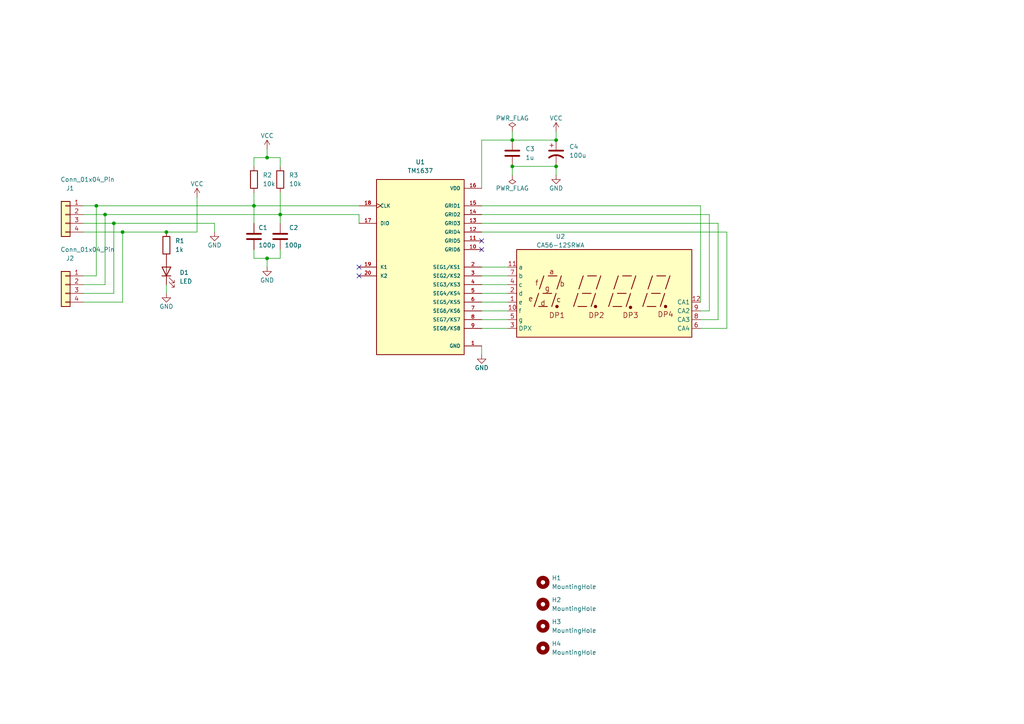
<source format=kicad_sch>
(kicad_sch (version 20231120) (generator "eeschema") (generator_version "8.0")
  (paper "A4")
  (lib_symbols
    (symbol "Connector_Generic:Conn_01x04" (pin_names (offset 1.016) hide)
      (property "Reference" "J" (at 0 5.08 0))
      (property "Value" "Conn_01x04" (at 0 -7.62 0))
      (symbol "Conn_01x04_1_1"
        (rectangle (start -1.27 -4.953) (end 0 -5.207) (stroke (width 0.1524)))
        (rectangle (start -1.27 -2.413) (end 0 -2.667) (stroke (width 0.1524)))
        (rectangle (start -1.27 0.127) (end 0 -0.127) (stroke (width 0.1524)))
        (rectangle (start -1.27 2.667) (end 0 2.413) (stroke (width 0.1524)))
        (rectangle (start -1.27 3.81) (end 1.27 -6.35) (stroke (width 0.254)) (fill (type background)))
        (pin passive line (at -5.08 2.54 0) (length 3.81) (name "Pin_1") (number "1"))
        (pin passive line (at -5.08 0 0) (length 3.81) (name "Pin_2") (number "2"))
        (pin passive line (at -5.08 -2.54 0) (length 3.81) (name "Pin_3") (number "3"))
        (pin passive line (at -5.08 -5.08 0) (length 3.81) (name "Pin_4") (number "4"))
      )
    )
    (symbol "Device:C" (pin_numbers hide) (pin_names (offset 0.254))
      (property "Reference" "C" (at 0.635 2.54 0))
      (property "Value" "C" (at 0.635 -2.54 0))
      (symbol "C_0_1"
        (polyline (pts (xy -2.032 -0.762) (xy 2.032 -0.762)) (stroke (width 0.508)))
        (polyline (pts (xy -2.032 0.762) (xy 2.032 0.762)) (stroke (width 0.508)))
      )
      (symbol "C_1_1"
        (pin passive line (at 0 3.81 270) (length 2.794) (name "~") (number "1"))
        (pin passive line (at 0 -3.81 90) (length 2.794) (name "~") (number "2"))
      )
    )
    (symbol "Device:C_Polarized_US" (pin_numbers hide) (pin_names (offset 0.254) hide)
      (property "Reference" "C" (at 0.635 2.54 0))
      (property "Value" "C_Polarized_US" (at 0.635 -2.54 0))
      (symbol "C_Polarized_US_0_1"
        (polyline (pts (xy -2.032 0.762) (xy 2.032 0.762)) (stroke (width 0.508)))
        (polyline (pts (xy -1.778 2.286) (xy -0.762 2.286)))
        (polyline (pts (xy -1.27 1.778) (xy -1.27 2.794)))
        (arc (start 2.032 -1.27) (mid 0 -0.5572) (end -2.032 -1.27) (stroke (width 0.508)))
      )
      (symbol "C_Polarized_US_1_1"
        (pin passive line (at 0 3.81 270) (length 2.794) (name "~") (number "1"))
        (pin passive line (at 0 -3.81 90) (length 3.302) (name "~") (number "2"))
      )
    )
    (symbol "Device:LED" (pin_numbers hide) (pin_names (offset 1.016) hide)
      (property "Reference" "D" (at 0 2.54 0))
      (property "Value" "LED" (at 0 -2.54 0))
      (symbol "LED_0_1"
        (polyline (pts (xy -1.27 -1.27) (xy -1.27 1.27)) (stroke (width 0.254)))
        (polyline (pts (xy -1.27 0) (xy 1.27 0)))
        (polyline (pts (xy 1.27 -1.27) (xy 1.27 1.27) (xy -1.27 0) (xy 1.27 -1.27)) (stroke (width 0.254)))
        (polyline (pts (xy -3.048 -0.762) (xy -4.572 -2.286) (xy -3.81 -2.286) (xy -4.572 -2.286) (xy -4.572 -1.524)))
        (polyline (pts (xy -1.778 -0.762) (xy -3.302 -2.286) (xy -2.54 -2.286) (xy -3.302 -2.286) (xy -3.302 -1.524)))
      )
      (symbol "LED_1_1"
        (pin passive line (at -3.81 0 0) (length 2.54) (name "K") (number "1"))
        (pin passive line (at 3.81 0 180) (length 2.54) (name "A") (number "2"))
      )
    )
    (symbol "Device:R" (pin_numbers hide) (pin_names (offset 0))
      (property "Reference" "R" (at 2.032 0 90))
      (property "Value" "R" (at 0 0 90))
      (symbol "R_0_1"
        (rectangle (start -1.016 -2.54) (end 1.016 2.54) (stroke (width 0.254)))
      )
      (symbol "R_1_1"
        (pin passive line (at 0 3.81 270) (length 1.27) (name "~") (number "1"))
        (pin passive line (at 0 -3.81 90) (length 1.27) (name "~") (number "2"))
      )
    )
    (symbol "Display_Character:CA56-12SRWA"
      (property "Reference" "U" (at -24.13 13.97 0))
      (property "Value" "CA56-12SRWA" (at 17.78 13.97 0))
      (symbol "CA56-12SRWA_0_0"
        (rectangle (start -25.4 12.7) (end 25.4 -12.7) (stroke (width 0.254)) (fill (type background)))
        (polyline (pts (xy -20.32 -3.81) (xy -19.05 0)) (stroke (width 0.254)))
        (polyline (pts (xy -19.05 -3.81) (xy -16.51 -3.81)) (stroke (width 0.254)))
        (polyline (pts (xy -18.796 1.27) (xy -17.526 5.08)) (stroke (width 0.254)))
        (polyline (pts (xy -17.78 0) (xy -15.24 0)) (stroke (width 0.254)))
        (polyline (pts (xy -16.256 5.08) (xy -13.716 5.08)) (stroke (width 0.254)))
        (polyline (pts (xy -15.24 -3.81) (xy -13.97 0)) (stroke (width 0.254)))
        (polyline (pts (xy -13.716 1.27) (xy -12.446 5.08)) (stroke (width 0.254)))
        (polyline (pts (xy -8.89 -3.81) (xy -7.62 0)) (stroke (width 0.254)))
        (polyline (pts (xy -7.62 -3.81) (xy -5.08 -3.81)) (stroke (width 0.254)))
        (polyline (pts (xy -7.366 1.27) (xy -6.096 5.08)) (stroke (width 0.254)))
        (polyline (pts (xy -6.35 0) (xy -3.81 0)) (stroke (width 0.254)))
        (polyline (pts (xy -4.826 5.08) (xy -2.286 5.08)) (stroke (width 0.254)))
        (polyline (pts (xy -3.81 -3.81) (xy -2.54 0)) (stroke (width 0.254)))
        (polyline (pts (xy -2.286 1.27) (xy -1.016 5.08)) (stroke (width 0.254)))
        (polyline (pts (xy 1.27 -3.81) (xy 2.54 0)) (stroke (width 0.254)))
        (polyline (pts (xy 2.54 -3.81) (xy 5.08 -3.81)) (stroke (width 0.254)))
        (polyline (pts (xy 2.794 1.27) (xy 4.064 5.08)) (stroke (width 0.254)))
        (polyline (pts (xy 3.81 0) (xy 6.35 0)) (stroke (width 0.254)))
        (polyline (pts (xy 5.334 5.08) (xy 7.874 5.08)) (stroke (width 0.254)))
        (polyline (pts (xy 6.35 -3.81) (xy 7.62 0)) (stroke (width 0.254)))
        (polyline (pts (xy 7.874 1.27) (xy 9.144 5.08)) (stroke (width 0.254)))
        (polyline (pts (xy 11.176 -3.81) (xy 12.446 0)) (stroke (width 0.254)))
        (polyline (pts (xy 12.446 -3.81) (xy 14.986 -3.81)) (stroke (width 0.254)))
        (polyline (pts (xy 12.7 1.27) (xy 13.97 5.08)) (stroke (width 0.254)))
        (polyline (pts (xy 13.716 0) (xy 16.256 0)) (stroke (width 0.254)))
        (polyline (pts (xy 15.24 5.08) (xy 17.78 5.08)) (stroke (width 0.254)))
        (polyline (pts (xy 16.256 -3.81) (xy 17.526 0)) (stroke (width 0.254)))
        (polyline (pts (xy 17.78 1.27) (xy 19.05 5.08)) (stroke (width 0.254)))
        (text "a" (at -15.24 6.35 0) (effects (font (size 1.524 1.524))))
        (text "b" (at -12.192 2.794 0) (effects (font (size 1.524 1.524))))
        (text "c" (at -13.208 -1.778 0) (effects (font (size 1.524 1.524))))
        (text "d" (at -17.78 -2.794 0) (effects (font (size 1.524 1.524))))
        (text "DP1" (at -13.716 -6.35 0) (effects (font (size 1.524 1.524))))
        (text "DP2" (at -2.286 -6.35 0) (effects (font (size 1.524 1.524))))
        (text "DP3" (at 7.62 -6.35 0) (effects (font (size 1.524 1.524))))
        (text "DP4" (at 17.78 -6.096 0) (effects (font (size 1.524 1.524))))
        (text "e" (at -21.336 -1.524 0) (effects (font (size 1.524 1.524))))
        (text "f" (at -19.558 3.048 0) (effects (font (size 1.524 1.524))))
        (text "g" (at -16.51 1.524 0) (effects (font (size 1.524 1.524))))
      )
      (symbol "CA56-12SRWA_0_1"
        (circle (center -13.716 -3.81) (radius 0.3556) (stroke (width 0.254)) (fill (type outline)))
        (circle (center -2.54 -3.81) (radius 0.3556) (stroke (width 0.254)) (fill (type outline)))
      )
      (symbol "CA56-12SRWA_1_0"
        (circle (center 7.62 -4.064) (radius 0.3556) (stroke (width 0.254)) (fill (type outline)))
        (circle (center 17.78 -3.81) (radius 0.3556) (stroke (width 0.254)) (fill (type outline)))
      )
      (symbol "CA56-12SRWA_1_1"
        (pin input line (at -27.94 -2.54 0) (length 2.54) (name "e") (number "1"))
        (pin input line (at -27.94 -5.08 0) (length 2.54) (name "f") (number "10"))
        (pin input line (at -27.94 7.62 0) (length 2.54) (name "a") (number "11"))
        (pin input line (at 27.94 -2.54 180) (length 2.54) (name "CA1") (number "12"))
        (pin input line (at -27.94 0 0) (length 2.54) (name "d") (number "2"))
        (pin input line (at -27.94 -10.16 0) (length 2.54) (name "DPX") (number "3"))
        (pin input line (at -27.94 2.54 0) (length 2.54) (name "c") (number "4"))
        (pin input line (at -27.94 -7.62 0) (length 2.54) (name "g") (number "5"))
        (pin input line (at 27.94 -10.16 180) (length 2.54) (name "CA4") (number "6"))
        (pin input line (at -27.94 5.08 0) (length 2.54) (name "b") (number "7"))
        (pin input line (at 27.94 -7.62 180) (length 2.54) (name "CA3") (number "8"))
        (pin input line (at 27.94 -5.08 180) (length 2.54) (name "CA2") (number "9"))
      )
    )
    (symbol "Mechanical:MountingHole" (pin_names (offset 1.016))
      (property "Reference" "H" (at 0 5.08 0))
      (property "Value" "MountingHole" (at 0 3.175 0))
      (symbol "MountingHole_0_1"
        (circle (center 0 0) (radius 1.27) (stroke (width 1.27)))
      )
    )
    (symbol "New_Library:TM1637" (pin_names (offset 1.016))
      (property "Reference" "U" (at -12.7 27.94 0))
      (property "Value" "TM1637" (at -12.7 -30.48 0))
      (symbol "TM1637_0_0"
        (rectangle (start -12.7 -25.4) (end 12.7 25.4) (stroke (width 0.254)) (fill (type background)))
        (pin power_in line (at 17.78 -22.86 180) (length 5.08) (name "GND") (number "1"))
        (pin output line (at 17.78 5.08 180) (length 5.08) (name "GRID6") (number "10"))
        (pin output line (at 17.78 7.62 180) (length 5.08) (name "GRID5") (number "11"))
        (pin output line (at 17.78 10.16 180) (length 5.08) (name "GRID4") (number "12"))
        (pin output line (at 17.78 12.7 180) (length 5.08) (name "GRID3") (number "13"))
        (pin output line (at 17.78 15.24 180) (length 5.08) (name "GRID2") (number "14"))
        (pin output line (at 17.78 17.78 180) (length 5.08) (name "GRID1") (number "15"))
        (pin power_in line (at 17.78 22.86 180) (length 5.08) (name "VDD") (number "16"))
        (pin bidirectional line (at -17.78 12.7 0) (length 5.08) (name "DIO") (number "17"))
        (pin input clock (at -17.78 17.78 0) (length 5.08) (name "CLK") (number "18"))
        (pin input line (at -17.78 0 0) (length 5.08) (name "K1") (number "19"))
        (pin output line (at 17.78 0 180) (length 5.08) (name "SEG1/KS1") (number "2"))
        (pin input line (at -17.78 -2.54 0) (length 5.08) (name "K2") (number "20"))
        (pin output line (at 17.78 -2.54 180) (length 5.08) (name "SEG2/KS2") (number "3"))
        (pin output line (at 17.78 -5.08 180) (length 5.08) (name "SEG3/KS3") (number "4"))
        (pin output line (at 17.78 -7.62 180) (length 5.08) (name "SEG4/KS4") (number "5"))
        (pin output line (at 17.78 -10.16 180) (length 5.08) (name "SEG5/KS5") (number "6"))
        (pin output line (at 17.78 -12.7 180) (length 5.08) (name "SEG6/KS6") (number "7"))
        (pin output line (at 17.78 -15.24 180) (length 5.08) (name "SEG7/KS7") (number "8"))
        (pin output line (at 17.78 -17.78 180) (length 5.08) (name "SEG8/KS8") (number "9"))
      )
    )
    (symbol "power:GND" (power) (pin_names (offset 0))
      (property "Value" "GND" (at 0 -3.81 0))
      (symbol "GND_0_1"
        (polyline (pts (xy 0 0) (xy 0 -1.27) (xy 1.27 -1.27) (xy 0 -2.54) (xy -1.27 -1.27) (xy 0 -1.27)))
      )
      (symbol "GND_1_1"
        (pin power_in line (at 0 0 270) (length 0) hide (name "GND") (number "1"))
      )
    )
    (symbol "power:PWR_FLAG" (power) (pin_numbers hide) (pin_names (offset 0) hide)
      (property "Value" "PWR_FLAG" (at 0 3.81 0))
      (symbol "PWR_FLAG_0_0"
        (pin power_out line (at 0 0 90) (length 0) (name "pwr") (number "1"))
      )
      (symbol "PWR_FLAG_0_1"
        (polyline (pts (xy 0 0) (xy 0 1.27) (xy -1.016 1.905) (xy 0 2.54) (xy 1.016 1.905) (xy 0 1.27)))
      )
    )
    (symbol "power:VCC" (power) (pin_names (offset 0))
      (property "Value" "VCC" (at 0 3.81 0))
      (symbol "VCC_0_1"
        (polyline (pts (xy -0.762 1.27) (xy 0 2.54)))
        (polyline (pts (xy 0 0) (xy 0 2.54)))
        (polyline (pts (xy 0 2.54) (xy 0.762 1.27)))
      )
      (symbol "VCC_1_1"
        (pin power_in line (at 0 0 90) (length 0) hide (name "VCC") (number "1"))
      )
    )
  )
  (junction (at 77.47 74.93))
  (junction (at 77.47 45.72))
  (junction (at 161.29 40.64))
  (junction (at 30.48 62.23))
  (junction (at 27.94 59.69))
  (junction (at 81.28 62.23))
  (junction (at 161.29 48.26))
  (junction (at 148.59 48.26))
  (junction (at 33.02 64.77))
  (junction (at 148.59 40.64))
  (junction (at 48.26 67.31))
  (junction (at 35.56 67.31))
  (junction (at 73.66 59.69))
  (no_connect (at 139.7 69.85))
  (no_connect (at 104.14 80.01))
  (no_connect (at 104.14 77.47))
  (no_connect (at 139.7 72.39))
  (wire (pts (xy 62.23 64.77) (xy 62.23 67.31)))
  (wire (pts (xy 48.26 67.31) (xy 57.15 67.31)))
  (wire (pts (xy 73.66 74.93) (xy 77.47 74.93)))
  (wire (pts (xy 139.7 77.47) (xy 147.32 77.47)))
  (wire (pts (xy 205.74 62.23) (xy 205.74 90.17)))
  (wire (pts (xy 24.13 87.63) (xy 35.56 87.63)))
  (wire (pts (xy 139.7 102.87) (xy 139.7 100.33)))
  (wire (pts (xy 203.2 90.17) (xy 205.74 90.17)))
  (wire (pts (xy 35.56 87.63) (xy 35.56 67.31)))
  (wire (pts (xy 30.48 62.23) (xy 81.28 62.23)))
  (wire (pts (xy 73.66 59.69) (xy 104.14 59.69)))
  (wire (pts (xy 73.66 74.93) (xy 73.66 72.39)))
  (wire (pts (xy 139.7 59.69) (xy 203.2 59.69)))
  (wire (pts (xy 210.82 95.25) (xy 203.2 95.25)))
  (wire (pts (xy 77.47 45.72) (xy 81.28 45.72)))
  (wire (pts (xy 24.13 80.01) (xy 27.94 80.01)))
  (wire (pts (xy 81.28 45.72) (xy 81.28 48.26)))
  (wire (pts (xy 24.13 85.09) (xy 33.02 85.09)))
  (wire (pts (xy 148.59 38.1) (xy 148.59 40.64)))
  (wire (pts (xy 208.28 64.77) (xy 208.28 92.71)))
  (wire (pts (xy 73.66 59.69) (xy 73.66 64.77)))
  (wire (pts (xy 139.7 92.71) (xy 147.32 92.71)))
  (wire (pts (xy 73.66 55.88) (xy 73.66 59.69)))
  (wire (pts (xy 139.7 95.25) (xy 147.32 95.25)))
  (wire (pts (xy 148.59 48.26) (xy 148.59 50.8)))
  (wire (pts (xy 208.28 92.71) (xy 203.2 92.71)))
  (wire (pts (xy 104.14 62.23) (xy 104.14 64.77)))
  (wire (pts (xy 81.28 62.23) (xy 104.14 62.23)))
  (wire (pts (xy 35.56 67.31) (xy 24.13 67.31)))
  (wire (pts (xy 139.7 80.01) (xy 147.32 80.01)))
  (wire (pts (xy 148.59 48.26) (xy 161.29 48.26)))
  (wire (pts (xy 48.26 67.31) (xy 35.56 67.31)))
  (wire (pts (xy 33.02 85.09) (xy 33.02 64.77)))
  (wire (pts (xy 161.29 38.1) (xy 161.29 40.64)))
  (wire (pts (xy 77.47 74.93) (xy 77.47 77.47)))
  (wire (pts (xy 77.47 74.93) (xy 81.28 74.93)))
  (wire (pts (xy 48.26 85.09) (xy 48.26 82.55)))
  (wire (pts (xy 139.7 67.31) (xy 210.82 67.31)))
  (wire (pts (xy 139.7 64.77) (xy 208.28 64.77)))
  (wire (pts (xy 81.28 55.88) (xy 81.28 62.23)))
  (wire (pts (xy 139.7 87.63) (xy 147.32 87.63)))
  (wire (pts (xy 24.13 64.77) (xy 33.02 64.77)))
  (wire (pts (xy 30.48 82.55) (xy 30.48 62.23)))
  (wire (pts (xy 81.28 74.93) (xy 81.28 72.39)))
  (wire (pts (xy 148.59 40.64) (xy 161.29 40.64)))
  (wire (pts (xy 27.94 59.69) (xy 27.94 80.01)))
  (wire (pts (xy 73.66 45.72) (xy 77.47 45.72)))
  (wire (pts (xy 210.82 67.31) (xy 210.82 95.25)))
  (wire (pts (xy 139.7 82.55) (xy 147.32 82.55)))
  (wire (pts (xy 57.15 67.31) (xy 57.15 57.15)))
  (wire (pts (xy 24.13 82.55) (xy 30.48 82.55)))
  (wire (pts (xy 81.28 62.23) (xy 81.28 64.77)))
  (wire (pts (xy 203.2 59.69) (xy 203.2 87.63)))
  (wire (pts (xy 139.7 90.17) (xy 147.32 90.17)))
  (wire (pts (xy 73.66 45.72) (xy 73.66 48.26)))
  (wire (pts (xy 24.13 62.23) (xy 30.48 62.23)))
  (wire (pts (xy 139.7 62.23) (xy 205.74 62.23)))
  (wire (pts (xy 33.02 64.77) (xy 62.23 64.77)))
  (wire (pts (xy 24.13 59.69) (xy 27.94 59.69)))
  (wire (pts (xy 139.7 54.61) (xy 139.7 40.64)))
  (wire (pts (xy 77.47 43.18) (xy 77.47 45.72)))
  (wire (pts (xy 139.7 40.64) (xy 148.59 40.64)))
  (wire (pts (xy 27.94 59.69) (xy 73.66 59.69)))
  (wire (pts (xy 161.29 48.26) (xy 161.29 50.8)))
  (wire (pts (xy 139.7 85.09) (xy 147.32 85.09)))
  (symbol (lib_id "power:VCC") (at 57.15 57.15 0) (unit 1)
    (property "Reference" "#PWR04" (effects (hide yes)))
    (property "Value" "VCC" (at 57.15 53.34 0))
  )
  (symbol (lib_id "Device:R") (at 48.26 71.12 0) (unit 1)
    (property "Reference" "R1" (at 50.8 69.85 0) (effects (justify left)))
    (property "Value" "1k" (at 50.8 72.39 0) (effects (justify left)))
    (property "Footprint" "Resistor_SMD:R_1206_3216Metric" (effects (hide yes)))
  )
  (symbol (lib_id "power:PWR_FLAG") (at 148.59 38.1 0) (unit 1)
    (property "Reference" "#FLG01" (effects (hide yes)))
    (property "Value" "PWR_FLAG" (at 148.59 34.29 0))
  )
  (symbol (lib_id "Device:C") (at 73.66 68.58 0) (unit 1)
    (property "Reference" "C1" (at 74.93 66.04 0) (effects (justify left)))
    (property "Value" "100p" (at 74.93 71.12 0) (effects (justify left)))
    (property "Footprint" "Capacitor_SMD:C_1206_3216Metric" (effects (hide yes)))
  )
  (symbol (lib_id "power:VCC") (at 77.47 43.18 0) (unit 1)
    (property "Reference" "#PWR07" (effects (hide yes)))
    (property "Value" "VCC" (at 77.47 39.37 0))
  )
  (symbol (lib_id "Connector_Generic:Conn_01x04") (at 19.05 82.55 0) (mirror y) (unit 1)
    (property "Reference" "J2" (at 20.32 74.93 0))
    (property "Value" "Conn_01x04_Pin" (at 25.4 72.39 0))
    (property "Footprint" "Connector_PinHeader_2.54mm:PinHeader_1x04_P2.54mm_Vertical" (effects (hide yes)))
  )
  (symbol (lib_id "power:GND") (at 62.23 67.31 0) (unit 1)
    (property "Reference" "#PWR02" (effects (hide yes)))
    (property "Value" "GND" (at 62.23 71.12 0))
  )
  (symbol (lib_id "Display_Character:CA56-12SRWA") (at 175.26 85.09 0) (unit 1)
    (property "Reference" "U2" (at 162.56 68.58 0))
    (property "Value" "CA56-12SRWA" (at 162.56 71.12 0))
    (property "Footprint" "my_library:8041AS" (effects (hide yes)))
    (property "Datasheet" "http://www.kingbrightusa.com/images/catalog/SPEC/CA56-12SRWA.pdf" (effects (hide yes)))
  )
  (symbol (lib_id "Mechanical:MountingHole") (at 157.48 168.91 0) (unit 1) (in_bom no)
    (property "Reference" "H1" (at 160.02 167.64 0) (effects (justify left)))
    (property "Value" "MountingHole" (at 160.02 170.18 0) (effects (justify left)))
    (property "Footprint" "MountingHole:MountingHole_3.2mm_M3" (effects (hide yes)))
  )
  (symbol (lib_id "Device:LED") (at 48.26 78.74 90) (unit 1)
    (property "Reference" "D1" (at 52.07 79.0575 90) (effects (justify right)))
    (property "Value" "LED" (at 52.07 81.5975 90) (effects (justify right)))
    (property "Footprint" "LED_SMD:LED_0805_2012Metric" (effects (hide yes)))
  )
  (symbol (lib_id "Connector_Generic:Conn_01x04") (at 19.05 62.23 0) (mirror y) (unit 1)
    (property "Reference" "J1" (at 20.32 54.61 0))
    (property "Value" "Conn_01x04_Pin" (at 25.4 52.07 0))
    (property "Footprint" "Connector_PinHeader_2.54mm:PinHeader_1x04_P2.54mm_Vertical" (effects (hide yes)))
  )
  (symbol (lib_id "Mechanical:MountingHole") (at 157.48 175.26 0) (unit 1) (in_bom no)
    (property "Reference" "H2" (at 160.02 173.99 0) (effects (justify left)))
    (property "Value" "MountingHole" (at 160.02 176.53 0) (effects (justify left)))
    (property "Footprint" "MountingHole:MountingHole_3.2mm_M3" (effects (hide yes)))
  )
  (symbol (lib_id "Device:C") (at 148.59 44.45 0) (unit 1)
    (property "Reference" "C3" (at 152.4 43.18 0) (effects (justify left)))
    (property "Value" "1u" (at 152.4 45.72 0) (effects (justify left)))
    (property "Footprint" "Capacitor_SMD:C_1206_3216Metric" (effects (hide yes)))
  )
  (symbol (lib_id "power:PWR_FLAG") (at 148.59 50.8 180) (unit 1)
    (property "Reference" "#FLG02" (effects (hide yes)))
    (property "Value" "PWR_FLAG" (at 148.59 54.61 0))
  )
  (symbol (lib_id "Mechanical:MountingHole") (at 157.48 187.96 0) (unit 1) (in_bom no)
    (property "Reference" "H4" (at 160.02 186.69 0) (effects (justify left)))
    (property "Value" "MountingHole" (at 160.02 189.23 0) (effects (justify left)))
    (property "Footprint" "MountingHole:MountingHole_3.2mm_M3" (effects (hide yes)))
  )
  (symbol (lib_id "power:GND") (at 161.29 50.8 0) (unit 1)
    (property "Reference" "#PWR06" (effects (hide yes)))
    (property "Value" "GND" (at 161.29 54.61 0))
  )
  (symbol (lib_id "Device:C_Polarized_US") (at 161.29 44.45 0) (unit 1)
    (property "Reference" "C4" (at 165.1 42.545 0) (effects (justify left)))
    (property "Value" "100u" (at 165.1 45.085 0) (effects (justify left)))
    (property "Footprint" "Capacitor_Tantalum_SMD:CP_EIA-3216-10_Kemet-I_Pad1.58x1.35mm_HandSolder" (effects (hide yes)))
  )
  (symbol (lib_id "Device:R") (at 81.28 52.07 0) (unit 1)
    (property "Reference" "R3" (at 83.82 50.8 0) (effects (justify left)))
    (property "Value" "10k" (at 83.82 53.34 0) (effects (justify left)))
    (property "Footprint" "Resistor_SMD:R_1206_3216Metric" (effects (hide yes)))
  )
  (symbol (lib_id "Device:R") (at 73.66 52.07 0) (unit 1)
    (property "Reference" "R2" (at 76.2 50.8 0) (effects (justify left)))
    (property "Value" "10k" (at 76.2 53.34 0) (effects (justify left)))
    (property "Footprint" "Resistor_SMD:R_1206_3216Metric" (effects (hide yes)))
  )
  (symbol (lib_id "power:GND") (at 48.26 85.09 0) (unit 1)
    (property "Reference" "#PWR09" (effects (hide yes)))
    (property "Value" "GND" (at 48.26 88.9 0))
  )
  (symbol (lib_id "New_Library:TM1637") (at 121.92 77.47 0) (unit 1)
    (property "Reference" "U1" (at 121.92 46.99 0))
    (property "Value" "TM1637" (at 121.92 49.53 0))
    (property "Footprint" "Package_SO:SOP-20_7.5x12.8mm_P1.27mm" (effects (hide yes)))
    (property "Description" "\nLED Drive Control Special Circuit\n" (effects (hide yes)))
    (property "MF" "Titan Micro Electronics" (effects (hide yes)))
    (property "MAXIMUM_PACKAGE_HEIGHT" "4.31 mm" (effects (hide yes)))
    (property "Package" "Package" (effects (hide yes)))
    (property "Price" "None" (effects (hide yes)))
    (property "Check_prices" "https://www.snapeda.com/parts/TM1637/Titan+Micro+Electronics/view-part/?ref=eda" (effects (hide yes)))
    (property "STANDARD" "IPC 7351B" (effects (hide yes)))
    (property "PARTREV" "v2.5" (effects (hide yes)))
    (property "SnapEDA_Link" "https://www.snapeda.com/parts/TM1637/Titan+Micro+Electronics/view-part/?ref=snap" (effects (hide yes)))
    (property "MP" "TM1637" (effects (hide yes)))
    (property "Availability" "Not in stock" (effects (hide yes)))
    (property "MANUFACTURER" "Titan Micro Electronics" (effects (hide yes)))
  )
  (symbol (lib_id "Mechanical:MountingHole") (at 157.48 181.61 0) (unit 1) (in_bom no)
    (property "Reference" "H3" (at 160.02 180.34 0) (effects (justify left)))
    (property "Value" "MountingHole" (at 160.02 182.88 0) (effects (justify left)))
    (property "Footprint" "MountingHole:MountingHole_3.2mm_M3" (effects (hide yes)))
  )
  (symbol (lib_id "power:GND") (at 139.7 102.87 0) (unit 1)
    (property "Reference" "#PWR05" (effects (hide yes)))
    (property "Value" "GND" (at 139.7 106.68 0))
  )
  (symbol (lib_id "power:VCC") (at 161.29 38.1 0) (unit 1)
    (property "Reference" "#PWR03" (effects (hide yes)))
    (property "Value" "VCC" (at 161.29 34.29 0))
  )
  (symbol (lib_id "power:GND") (at 77.47 77.47 0) (unit 1)
    (property "Reference" "#PWR01" (effects (hide yes)))
    (property "Value" "GND" (at 77.47 81.28 0))
  )
  (symbol (lib_id "Device:C") (at 81.28 68.58 0) (unit 1)
    (property "Reference" "C2" (at 83.82 66.04 0) (effects (justify left)))
    (property "Value" "100p" (at 82.55 71.12 0) (effects (justify left)))
    (property "Footprint" "Capacitor_SMD:C_1206_3216Metric" (effects (hide yes)))
  )
)
</source>
